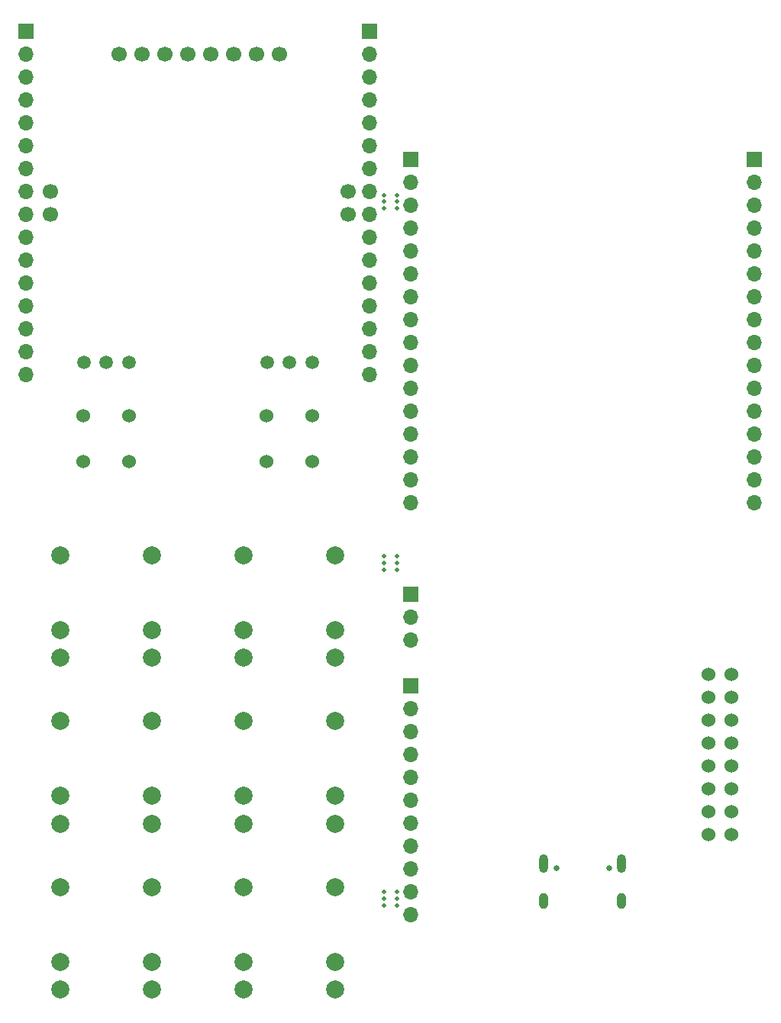
<source format=gbr>
%TF.GenerationSoftware,KiCad,Pcbnew,7.0.9*%
%TF.CreationDate,2023-11-25T16:41:53+01:00*%
%TF.ProjectId,EuroPi-X,4575726f-5069-42d5-982e-6b696361645f,rev?*%
%TF.SameCoordinates,Original*%
%TF.FileFunction,Soldermask,Bot*%
%TF.FilePolarity,Negative*%
%FSLAX46Y46*%
G04 Gerber Fmt 4.6, Leading zero omitted, Abs format (unit mm)*
G04 Created by KiCad (PCBNEW 7.0.9) date 2023-11-25 16:41:53*
%MOMM*%
%LPD*%
G01*
G04 APERTURE LIST*
%ADD10C,0.500000*%
%ADD11C,2.000000*%
%ADD12C,0.650000*%
%ADD13O,1.000000X2.100000*%
%ADD14O,1.000000X1.800000*%
%ADD15C,1.524000*%
%ADD16R,1.700000X1.700000*%
%ADD17O,1.700000X1.700000*%
%ADD18C,1.500000*%
%ADD19C,1.700000*%
G04 APERTURE END LIST*
D10*
%TO.C,mouse-bite-2mm-slot*%
X40906000Y-98235200D03*
X42406000Y-98235200D03*
X40906000Y-97485200D03*
X42406000Y-97485200D03*
X40906000Y-96735200D03*
X42406000Y-96735200D03*
%TD*%
%TO.C,mouse-bite-2mm-slot*%
X40918000Y-60986800D03*
X42418000Y-60986800D03*
X40918000Y-60236800D03*
X42418000Y-60236800D03*
X40918000Y-59486800D03*
X42418000Y-59486800D03*
%TD*%
%TO.C,mouse-bite-2mm-slot*%
X40918000Y-20905600D03*
X42418000Y-20905600D03*
X40918000Y-20155600D03*
X42418000Y-20155600D03*
X40918000Y-19405600D03*
X42418000Y-19405600D03*
%TD*%
D11*
%TO.C,J17*%
X35560000Y-107600000D03*
X35560000Y-104500000D03*
X35560000Y-96200000D03*
%TD*%
%TO.C,J16*%
X25400000Y-107600000D03*
X25400000Y-104500000D03*
X25400000Y-96200000D03*
%TD*%
D12*
%TO.C,P1*%
X60102000Y-94107000D03*
X65882000Y-94107000D03*
D13*
X58672000Y-93587000D03*
D14*
X58672000Y-97787000D03*
D13*
X67312000Y-93587000D03*
D14*
X67312000Y-97787000D03*
%TD*%
D11*
%TO.C,J12*%
X25400000Y-89185000D03*
X25400000Y-86085000D03*
X25400000Y-77785000D03*
%TD*%
%TO.C,J4*%
X25400000Y-70770000D03*
X25400000Y-67670000D03*
X25400000Y-59370000D03*
%TD*%
%TO.C,J3*%
X5080000Y-70770000D03*
X5080000Y-67670000D03*
X5080000Y-59370000D03*
%TD*%
%TO.C,J15*%
X15240000Y-107600000D03*
X15240000Y-104500000D03*
X15240000Y-96200000D03*
%TD*%
D15*
%TO.C,SW1*%
X7620000Y-48990752D03*
X12700000Y-43910752D03*
X12700000Y-48990752D03*
X7620000Y-43910752D03*
%TD*%
D11*
%TO.C,J13*%
X35560000Y-89185000D03*
X35560000Y-86085000D03*
X35560000Y-77785000D03*
%TD*%
%TO.C,J7*%
X15240000Y-89185000D03*
X15240000Y-86085000D03*
X15240000Y-77785000D03*
%TD*%
D16*
%TO.C,J8*%
X82042000Y-15432000D03*
D17*
X82042000Y-17972000D03*
X82042000Y-20512000D03*
X82042000Y-23052000D03*
X82042000Y-25592000D03*
X82042000Y-28132000D03*
X82042000Y-30672000D03*
X82042000Y-33212000D03*
X82042000Y-35752000D03*
X82042000Y-38292000D03*
X82042000Y-40832000D03*
X82042000Y-43372000D03*
X82042000Y-45912000D03*
X82042000Y-48452000D03*
X82042000Y-50992000D03*
X82042000Y-53532000D03*
%TD*%
D18*
%TO.C,P3*%
X27980000Y-37980000D03*
X30480000Y-37980000D03*
X32980000Y-37980000D03*
%TD*%
%TO.C,P2*%
X7660000Y-37980000D03*
X10160000Y-37980000D03*
X12660000Y-37980000D03*
%TD*%
D19*
%TO.C,OLED1*%
X11536000Y-3810000D03*
X14076000Y-3810000D03*
X16616000Y-3810000D03*
X19156000Y-3810000D03*
X21696000Y-3810000D03*
X24236000Y-3810000D03*
X26776000Y-3810000D03*
X29316000Y-3810000D03*
X3916000Y-19050000D03*
X3916000Y-21590000D03*
X36936000Y-19050000D03*
X36936000Y-21590000D03*
%TD*%
D11*
%TO.C,J6*%
X5080000Y-89185000D03*
X5080000Y-86085000D03*
X5080000Y-77785000D03*
%TD*%
%TO.C,J9*%
X35560000Y-70770000D03*
X35560000Y-67670000D03*
X35560000Y-59370000D03*
%TD*%
%TO.C,J14*%
X5080000Y-107600000D03*
X5080000Y-104500000D03*
X5080000Y-96200000D03*
%TD*%
D15*
%TO.C,SW2*%
X27940000Y-48990752D03*
X33020000Y-43910752D03*
X33020000Y-48990752D03*
X27940000Y-43910752D03*
%TD*%
D11*
%TO.C,J10*%
X15240000Y-70770000D03*
X15240000Y-67670000D03*
X15240000Y-59370000D03*
%TD*%
D16*
%TO.C,J5*%
X43942000Y-15432000D03*
D17*
X43942000Y-17972000D03*
X43942000Y-20512000D03*
X43942000Y-23052000D03*
X43942000Y-25592000D03*
X43942000Y-28132000D03*
X43942000Y-30672000D03*
X43942000Y-33212000D03*
X43942000Y-35752000D03*
X43942000Y-38292000D03*
X43942000Y-40832000D03*
X43942000Y-43372000D03*
X43942000Y-45912000D03*
X43942000Y-48452000D03*
X43942000Y-50992000D03*
X43942000Y-53532000D03*
%TD*%
D16*
%TO.C,J18*%
X43942000Y-63692000D03*
D17*
X43942000Y-66232000D03*
X43942000Y-68772000D03*
%TD*%
%TO.C,J2*%
X39370000Y-39370000D03*
X39370000Y-36830000D03*
X39370000Y-34290000D03*
X39370000Y-31750000D03*
X39370000Y-29210000D03*
X39370000Y-26670000D03*
X39370000Y-24130000D03*
X39370000Y-21590000D03*
X39370000Y-19050000D03*
X39370000Y-16510000D03*
X39370000Y-13970000D03*
X39370000Y-11430000D03*
X39370000Y-8890000D03*
X39370000Y-6350000D03*
X39370000Y-3810000D03*
D16*
X39370000Y-1270000D03*
%TD*%
D15*
%TO.C,J11*%
X79502000Y-72582000D03*
X76962000Y-72582000D03*
X79502000Y-75122000D03*
X76962000Y-75122000D03*
X79502000Y-77662000D03*
X76962000Y-77662000D03*
X79502000Y-80202000D03*
X76962000Y-80202000D03*
X79502000Y-82742000D03*
X76962000Y-82742000D03*
X79502000Y-85282000D03*
X76962000Y-85282000D03*
X79502000Y-87822000D03*
X76962000Y-87822000D03*
X79502000Y-90362000D03*
X76962000Y-90362000D03*
%TD*%
D16*
%TO.C,J22*%
X43942000Y-73852000D03*
D17*
X43942000Y-76392000D03*
X43942000Y-78932000D03*
X43942000Y-81472000D03*
X43942000Y-84012000D03*
X43942000Y-86552000D03*
X43942000Y-89092000D03*
X43942000Y-91632000D03*
X43942000Y-94172000D03*
X43942000Y-96712000D03*
X43942000Y-99252000D03*
%TD*%
D16*
%TO.C,J1*%
X1270000Y-1270000D03*
D17*
X1270000Y-3810000D03*
X1270000Y-6350000D03*
X1270000Y-8890000D03*
X1270000Y-11430000D03*
X1270000Y-13970000D03*
X1270000Y-16510000D03*
X1270000Y-19050000D03*
X1270000Y-21590000D03*
X1270000Y-24130000D03*
X1270000Y-26670000D03*
X1270000Y-29210000D03*
X1270000Y-31750000D03*
X1270000Y-34290000D03*
X1270000Y-36830000D03*
X1270000Y-39370000D03*
%TD*%
M02*

</source>
